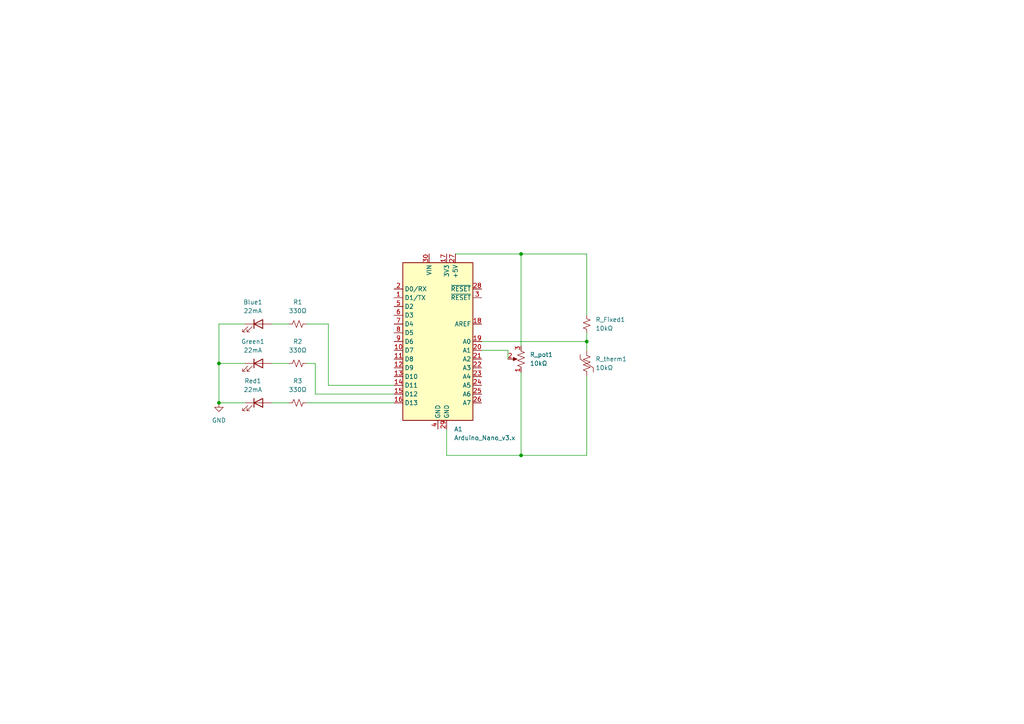
<source format=kicad_sch>
(kicad_sch (version 20250114) (generator "eeschema") (generator_version "9.0")
  (paper "A4")
  (lib_symbols
    (symbol "Device:LED" (pin_numbers (hide yes)) (pin_names (offset 1.016) (hide yes))
      (property "Reference" "D" (at 0 2.54 0))
      (property "Value" "LED" (at 0 -2.54 0))
      (symbol "LED_0_1"
        (polyline (pts (xy -3.048 -0.762) (xy -4.572 -2.286) (xy -3.81 -2.286) (xy -4.572 -2.286) (xy -4.572 -1.524)))
        (polyline (pts (xy -1.778 -0.762) (xy -3.302 -2.286) (xy -2.54 -2.286) (xy -3.302 -2.286) (xy -3.302 -1.524)))
        (polyline (pts (xy -1.27 0) (xy 1.27 0)))
        (polyline (pts (xy -1.27 -1.27) (xy -1.27 1.27)) (stroke (width 0.254)))
        (polyline (pts (xy 1.27 -1.27) (xy 1.27 1.27) (xy -1.27 0) (xy 1.27 -1.27)) (stroke (width 0.254)))
      )
      (symbol "LED_1_1"
        (pin passive line (at -3.81 0 0) (length 2.54) (name "K") (number "1"))
        (pin passive line (at 3.81 0 180) (length 2.54) (name "A") (number "2"))
      )
    )
    (symbol "Device:R_Potentiometer_US" (pin_names (offset 1.016) (hide yes))
      (property "Reference" "RV" (at -4.445 0 90))
      (property "Value" "R_Potentiometer_US" (at -2.54 0 90))
      (symbol "R_Potentiometer_US_0_1"
        (polyline (pts (xy 0 2.54) (xy 0 2.286)))
        (polyline (pts (xy 0 2.286) (xy 1.016 1.905) (xy 0 1.524) (xy -1.016 1.143) (xy 0 0.762)))
        (polyline (pts (xy 0 0.762) (xy 1.016 0.381) (xy 0 0) (xy -1.016 -0.381) (xy 0 -0.762)))
        (polyline (pts (xy 0 -0.762) (xy 1.016 -1.143) (xy 0 -1.524) (xy -1.016 -1.905) (xy 0 -2.286)))
        (polyline (pts (xy 0 -2.286) (xy 0 -2.54)))
        (polyline (pts (xy 1.143 0) (xy 2.286 0.508) (xy 2.286 -0.508) (xy 1.143 0)) (fill (type outline)))
        (polyline (pts (xy 2.54 0) (xy 1.524 0)))
      )
      (symbol "R_Potentiometer_US_1_1"
        (pin passive line (at 0 3.81 270) (length 1.27) (name "1") (number "1"))
        (pin passive line (at 0 -3.81 90) (length 1.27) (name "3") (number "3"))
        (pin passive line (at 3.81 0 180) (length 1.27) (name "2") (number "2"))
      )
    )
    (symbol "Device:R_Small_US" (pin_numbers (hide yes)) (pin_names (offset 0.254) (hide yes))
      (property "Reference" "R" (at 0.762 0.508 0))
      (property "Value" "R_Small_US" (at 0.762 -1.016 0))
      (symbol "R_Small_US_1_1"
        (polyline (pts (xy 0 1.524) (xy 1.016 1.143) (xy 0 0.762) (xy -1.016 0.381) (xy 0 0)))
        (polyline (pts (xy 0 0) (xy 1.016 -0.381) (xy 0 -0.762) (xy -1.016 -1.143) (xy 0 -1.524)))
        (pin passive line (at 0 2.54 270) (length 1.016) (name "~") (number "1"))
        (pin passive line (at 0 -2.54 90) (length 1.016) (name "~") (number "2"))
      )
    )
    (symbol "Device:Thermistor_US" (pin_numbers (hide yes)) (pin_names (offset 0))
      (property "Reference" "TH" (at 2.54 1.27 90))
      (property "Value" "Thermistor_US" (at -2.54 0 90))
      (symbol "Thermistor_US_0_1"
        (polyline (pts (xy -1.905 2.54) (xy -1.905 1.27) (xy 1.905 -1.27)))
        (polyline (pts (xy 0 2.286) (xy 0 2.54)))
        (polyline (pts (xy 0 2.286) (xy 1.016 1.905) (xy 0 1.524) (xy -1.016 1.143) (xy 0 0.762)))
        (polyline (pts (xy 0 0.762) (xy 1.016 0.381) (xy 0 0) (xy -1.016 -0.381) (xy 0 -0.762)))
        (polyline (pts (xy 0 -0.762) (xy 1.016 -1.143) (xy 0 -1.524) (xy -1.016 -1.905) (xy 0 -2.286)))
        (polyline (pts (xy 0 -2.286) (xy 0 -2.54)))
        (polyline (pts (xy 1.905 -1.27) (xy 1.905 -2.54)))
      )
      (symbol "Thermistor_US_1_1"
        (pin passive line (at 0 3.81 270) (length 1.27) (name "~") (number "1"))
        (pin passive line (at 0 -3.81 90) (length 1.27) (name "~") (number "2"))
      )
    )
    (symbol "MCU_Module:Arduino_Nano_v3.x"
      (property "Reference" "A" (at -10.16 23.495 0))
      (property "Value" "Arduino_Nano_v3.x" (at 5.08 -24.13 0))
      (symbol "Arduino_Nano_v3.x_0_1"
        (rectangle (start -10.16 22.86) (end 10.16 -22.86) (stroke (width 0.254)) (fill (type background)))
      )
      (symbol "Arduino_Nano_v3.x_1_1"
        (pin bidirectional line (at -12.7 15.24 0) (length 2.54) (name "D0/RX") (number "2"))
        (pin bidirectional line (at -12.7 12.7 0) (length 2.54) (name "D1/TX") (number "1"))
        (pin bidirectional line (at -12.7 10.16 0) (length 2.54) (name "D2") (number "5"))
        (pin bidirectional line (at -12.7 7.62 0) (length 2.54) (name "D3") (number "6"))
        (pin bidirectional line (at -12.7 5.08 0) (length 2.54) (name "D4") (number "7"))
        (pin bidirectional line (at -12.7 2.54 0) (length 2.54) (name "D5") (number "8"))
        (pin bidirectional line (at -12.7 0 0) (length 2.54) (name "D6") (number "9"))
        (pin bidirectional line (at -12.7 -2.54 0) (length 2.54) (name "D7") (number "10"))
        (pin bidirectional line (at -12.7 -5.08 0) (length 2.54) (name "D8") (number "11"))
        (pin bidirectional line (at -12.7 -7.62 0) (length 2.54) (name "D9") (number "12"))
        (pin bidirectional line (at -12.7 -10.16 0) (length 2.54) (name "D10") (number "13"))
        (pin bidirectional line (at -12.7 -12.7 0) (length 2.54) (name "D11") (number "14"))
        (pin bidirectional line (at -12.7 -15.24 0) (length 2.54) (name "D12") (number "15"))
        (pin bidirectional line (at -12.7 -17.78 0) (length 2.54) (name "D13") (number "16"))
        (pin power_in line (at -2.54 25.4 270) (length 2.54) (name "VIN") (number "30"))
        (pin power_in line (at 0 -25.4 90) (length 2.54) (name "GND") (number "4"))
        (pin power_out line (at 2.54 25.4 270) (length 2.54) (name "3V3") (number "17"))
        (pin power_in line (at 2.54 -25.4 90) (length 2.54) (name "GND") (number "29"))
        (pin power_out line (at 5.08 25.4 270) (length 2.54) (name "+5V") (number "27"))
        (pin input line (at 12.7 15.24 180) (length 2.54) (name "~{RESET}") (number "28"))
        (pin input line (at 12.7 12.7 180) (length 2.54) (name "~{RESET}") (number "3"))
        (pin input line (at 12.7 5.08 180) (length 2.54) (name "AREF") (number "18"))
        (pin bidirectional line (at 12.7 0 180) (length 2.54) (name "A0") (number "19"))
        (pin bidirectional line (at 12.7 -2.54 180) (length 2.54) (name "A1") (number "20"))
        (pin bidirectional line (at 12.7 -5.08 180) (length 2.54) (name "A2") (number "21"))
        (pin bidirectional line (at 12.7 -7.62 180) (length 2.54) (name "A3") (number "22"))
        (pin bidirectional line (at 12.7 -10.16 180) (length 2.54) (name "A4") (number "23"))
        (pin bidirectional line (at 12.7 -12.7 180) (length 2.54) (name "A5") (number "24"))
        (pin bidirectional line (at 12.7 -15.24 180) (length 2.54) (name "A6") (number "25"))
        (pin bidirectional line (at 12.7 -17.78 180) (length 2.54) (name "A7") (number "26"))
      )
    )
    (symbol "power:GND" (power) (pin_numbers (hide yes)) (pin_names (offset 0) (hide yes))
      (property "Value" "GND" (at 0 -3.81 0))
      (symbol "GND_0_1"
        (polyline (pts (xy 0 0) (xy 0 -1.27) (xy 1.27 -1.27) (xy 0 -2.54) (xy -1.27 -1.27) (xy 0 -1.27)))
      )
      (symbol "GND_1_1"
        (pin power_in line (at 0 0 270) (length 0) (name "~") (number "1"))
      )
    )
  )
  (junction (at 63.5 105.41))
  (junction (at 151.13 132.08))
  (junction (at 63.5 116.84))
  (junction (at 151.13 73.66))
  (junction (at 170.18 99.06))
  (wire (pts (xy 95.25 93.98) (xy 88.9 93.98)))
  (wire (pts (xy 147.32 101.6) (xy 147.32 104.14)))
  (wire (pts (xy 88.9 105.41) (xy 91.44 105.41)))
  (wire (pts (xy 78.74 93.98) (xy 83.82 93.98)))
  (wire (pts (xy 95.25 111.76) (xy 95.25 93.98)))
  (wire (pts (xy 132.08 73.66) (xy 151.13 73.66)))
  (wire (pts (xy 151.13 132.08) (xy 129.54 132.08)))
  (wire (pts (xy 170.18 109.22) (xy 170.18 132.08)))
  (wire (pts (xy 170.18 73.66) (xy 170.18 91.44)))
  (wire (pts (xy 91.44 114.3) (xy 91.44 105.41)))
  (wire (pts (xy 139.7 99.06) (xy 170.18 99.06)))
  (wire (pts (xy 83.82 116.84) (xy 78.74 116.84)))
  (wire (pts (xy 71.12 93.98) (xy 63.5 93.98)))
  (wire (pts (xy 129.54 132.08) (xy 129.54 124.46)))
  (wire (pts (xy 114.3 111.76) (xy 95.25 111.76)))
  (wire (pts (xy 63.5 105.41) (xy 63.5 116.84)))
  (wire (pts (xy 63.5 116.84) (xy 71.12 116.84)))
  (wire (pts (xy 139.7 101.6) (xy 147.32 101.6)))
  (wire (pts (xy 151.13 73.66) (xy 170.18 73.66)))
  (wire (pts (xy 170.18 132.08) (xy 151.13 132.08)))
  (wire (pts (xy 71.12 105.41) (xy 63.5 105.41)))
  (wire (pts (xy 170.18 96.52) (xy 170.18 99.06)))
  (wire (pts (xy 151.13 73.66) (xy 151.13 100.33)))
  (wire (pts (xy 114.3 114.3) (xy 91.44 114.3)))
  (wire (pts (xy 151.13 107.95) (xy 151.13 132.08)))
  (wire (pts (xy 88.9 116.84) (xy 114.3 116.84)))
  (wire (pts (xy 170.18 99.06) (xy 170.18 101.6)))
  (wire (pts (xy 63.5 93.98) (xy 63.5 105.41)))
  (wire (pts (xy 83.82 105.41) (xy 78.74 105.41)))
  (symbol (lib_id "Device:R_Small_US") (at 170.18 93.98 0) (unit 1)
    (property "Reference" "R_Fixed1" (at 172.72 92.7099 0) (effects (justify left)))
    (property "Value" "10kΩ" (at 172.72 95.2499 0) (effects (justify left)))
    (property "Description" "Resistor, small US symbol" (effects (hide yes)))
  )
  (symbol (lib_id "power:GND") (at 63.5 116.84 0) (unit 1)
    (property "Reference" "#PWR03" (effects (hide yes)))
    (property "Value" "GND" (at 63.5 121.92 0))
    (property "Description" "Power symbol creates a global label with name \"GND\" , ground" (effects (hide yes)))
  )
  (symbol (lib_id "Device:LED") (at 74.93 93.98 0) (unit 1)
    (property "Reference" "Blue1" (at 73.3425 87.63 0))
    (property "Value" "22mA" (at 73.3425 90.17 0))
    (property "Description" "Light emitting diode" (effects (hide yes)))
    (property "Sim.Pins" "1=K 2=A" (effects (hide yes)))
  )
  (symbol (lib_id "Device:LED") (at 74.93 116.84 0) (unit 1)
    (property "Reference" "Red1" (at 73.3425 110.49 0))
    (property "Value" "22mA" (at 73.3425 113.03 0))
    (property "Description" "Light emitting diode" (effects (hide yes)))
    (property "Sim.Pins" "1=K 2=A" (effects (hide yes)))
  )
  (symbol (lib_id "Device:R_Small_US") (at 86.36 116.84 90) (unit 1)
    (property "Reference" "R3" (at 86.36 110.49 90))
    (property "Value" "330Ω" (at 86.36 113.03 90))
    (property "Description" "Resistor, small US symbol" (effects (hide yes)))
  )
  (symbol (lib_id "Device:Thermistor_US") (at 170.18 105.41 0) (unit 1)
    (property "Reference" "R_therm1" (at 172.72 104.1399 0) (effects (justify left)))
    (property "Value" "10kΩ" (at 172.72 106.6799 0) (effects (justify left)))
    (property "Description" "Thermistor, temperature dependent resistor, US symbol" (effects (hide yes)))
  )
  (symbol (lib_id "MCU_Module:Arduino_Nano_v3.x") (at 127 99.06 0) (unit 1)
    (property "Reference" "A1" (at 131.6833 124.46 0) (effects (justify left)))
    (property "Value" "Arduino_Nano_v3.x" (at 131.6833 127 0) (effects (justify left)))
    (property "Footprint" "Module:Arduino_Nano" (effects (hide yes)))
    (property "Datasheet" "http://www.mouser.com/pdfdocs/Gravitech_Arduino_Nano3_0.pdf" (effects (hide yes)))
    (property "Description" "Arduino Nano v3.x" (effects (hide yes)))
  )
  (symbol (lib_id "Device:R_Potentiometer_US") (at 151.13 104.14 180) (unit 1)
    (property "Reference" "R_pot1" (at 153.67 102.8699 0) (effects (justify right)))
    (property "Value" "10kΩ" (at 153.67 105.4099 0) (effects (justify right)))
    (property "Description" "Potentiometer, US symbol" (effects (hide yes)))
  )
  (symbol (lib_id "Device:R_Small_US") (at 86.36 105.41 90) (unit 1)
    (property "Reference" "R2" (at 86.36 99.06 90))
    (property "Value" "330Ω" (at 86.36 101.6 90))
    (property "Description" "Resistor, small US symbol" (effects (hide yes)))
  )
  (symbol (lib_id "Device:R_Small_US") (at 86.36 93.98 90) (unit 1)
    (property "Reference" "R1" (at 86.36 87.63 90))
    (property "Value" "330Ω" (at 86.36 90.17 90))
    (property "Description" "Resistor, small US symbol" (effects (hide yes)))
  )
  (symbol (lib_id "Device:LED") (at 74.93 105.41 0) (unit 1)
    (property "Reference" "Green1" (at 73.3425 99.06 0))
    (property "Value" "22mA" (at 73.3425 101.6 0))
    (property "Description" "Light emitting diode" (effects (hide yes)))
    (property "Sim.Pins" "1=K 2=A" (effects (hide yes)))
  )
)
</source>
